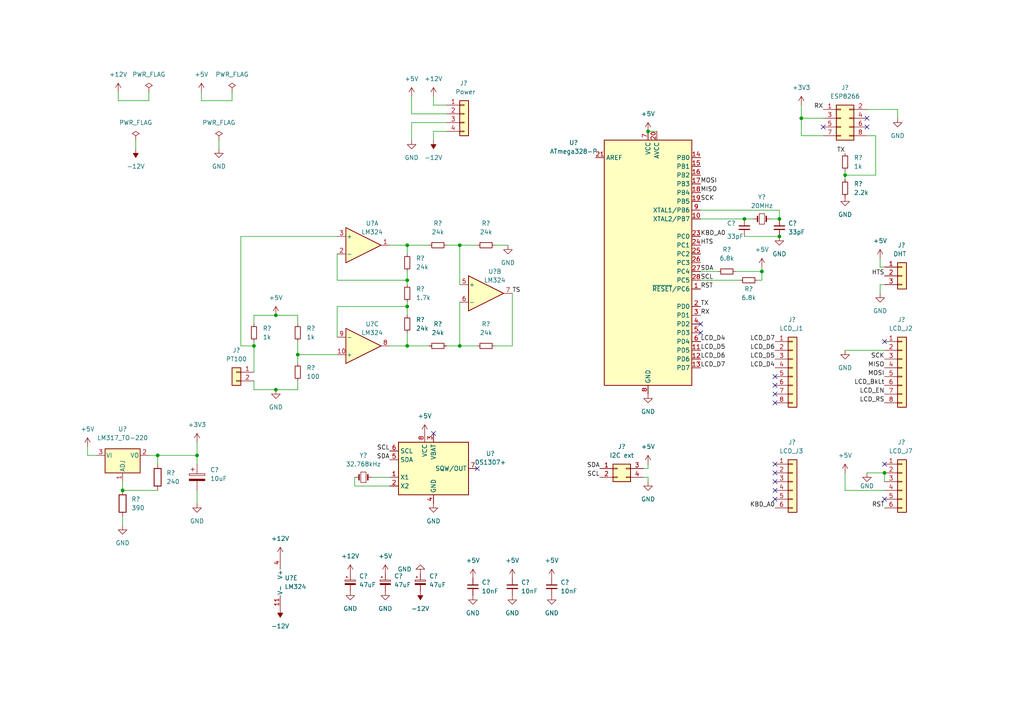
<source format=kicad_sch>
(kicad_sch (version 20211123) (generator eeschema)
  (paper "A4")
  (lib_symbols
    (symbol "Amplifier_Operational:LM324" (pin_names (offset 0.127))
      (property "Reference" "U" (at 0 5.08 0))
      (property "Value" "LM324" (at 0 -5.08 0))
      (symbol "LM324_1_1"
        (polyline (pts (xy -5.08 5.08) (xy 5.08 0) (xy -5.08 -5.08) (xy -5.08 5.08)) (stroke (width 0.254)) (fill (type background)))
        (pin output line (at 7.62 0 180) (length 2.54) (name "~") (number "1"))
        (pin input line (at -7.62 -2.54 0) (length 2.54) (name "-") (number "2"))
        (pin input line (at -7.62 2.54 0) (length 2.54) (name "+") (number "3"))
      )
      (symbol "LM324_2_1"
        (polyline (pts (xy -5.08 5.08) (xy 5.08 0) (xy -5.08 -5.08) (xy -5.08 5.08)) (stroke (width 0.254)) (fill (type background)))
        (pin input line (at -7.62 2.54 0) (length 2.54) (name "+") (number "5"))
        (pin input line (at -7.62 -2.54 0) (length 2.54) (name "-") (number "6"))
        (pin output line (at 7.62 0 180) (length 2.54) (name "~") (number "7"))
      )
      (symbol "LM324_3_1"
        (polyline (pts (xy -5.08 5.08) (xy 5.08 0) (xy -5.08 -5.08) (xy -5.08 5.08)) (stroke (width 0.254)) (fill (type background)))
        (pin input line (at -7.62 2.54 0) (length 2.54) (name "+") (number "10"))
        (pin output line (at 7.62 0 180) (length 2.54) (name "~") (number "8"))
        (pin input line (at -7.62 -2.54 0) (length 2.54) (name "-") (number "9"))
      )
      (symbol "LM324_4_1"
        (polyline (pts (xy -5.08 5.08) (xy 5.08 0) (xy -5.08 -5.08) (xy -5.08 5.08)) (stroke (width 0.254)) (fill (type background)))
        (pin input line (at -7.62 2.54 0) (length 2.54) (name "+") (number "12"))
        (pin input line (at -7.62 -2.54 0) (length 2.54) (name "-") (number "13"))
        (pin output line (at 7.62 0 180) (length 2.54) (name "~") (number "14"))
      )
      (symbol "LM324_5_1"
        (pin power_in line (at -2.54 -7.62 90) (length 3.81) (name "V-") (number "11"))
        (pin power_in line (at -2.54 7.62 270) (length 3.81) (name "V+") (number "4"))
      )
    )
    (symbol "Connector_Generic:Conn_01x02" (pin_names (offset 1.016) hide)
      (property "Reference" "J" (at 0 2.54 0))
      (property "Value" "Conn_01x02" (at 0 -5.08 0))
      (symbol "Conn_01x02_1_1"
        (rectangle (start -1.27 -2.413) (end 0 -2.667) (stroke (width 0.1524)))
        (rectangle (start -1.27 0.127) (end 0 -0.127) (stroke (width 0.1524)))
        (rectangle (start -1.27 1.27) (end 1.27 -3.81) (stroke (width 0.254)) (fill (type background)))
        (pin passive line (at -5.08 0 0) (length 3.81) (name "Pin_1") (number "1"))
        (pin passive line (at -5.08 -2.54 0) (length 3.81) (name "Pin_2") (number "2"))
      )
    )
    (symbol "Connector_Generic:Conn_01x03" (pin_names (offset 1.016) hide)
      (property "Reference" "J" (at 0 5.08 0))
      (property "Value" "Conn_01x03" (at 0 -5.08 0))
      (symbol "Conn_01x03_1_1"
        (rectangle (start -1.27 -2.413) (end 0 -2.667) (stroke (width 0.1524)))
        (rectangle (start -1.27 0.127) (end 0 -0.127) (stroke (width 0.1524)))
        (rectangle (start -1.27 2.667) (end 0 2.413) (stroke (width 0.1524)))
        (rectangle (start -1.27 3.81) (end 1.27 -3.81) (stroke (width 0.254)) (fill (type background)))
        (pin passive line (at -5.08 2.54 0) (length 3.81) (name "Pin_1") (number "1"))
        (pin passive line (at -5.08 0 0) (length 3.81) (name "Pin_2") (number "2"))
        (pin passive line (at -5.08 -2.54 0) (length 3.81) (name "Pin_3") (number "3"))
      )
    )
    (symbol "Connector_Generic:Conn_01x04" (pin_names (offset 1.016) hide)
      (property "Reference" "J" (at 0 5.08 0))
      (property "Value" "Conn_01x04" (at 0 -7.62 0))
      (symbol "Conn_01x04_1_1"
        (rectangle (start -1.27 -4.953) (end 0 -5.207) (stroke (width 0.1524)))
        (rectangle (start -1.27 -2.413) (end 0 -2.667) (stroke (width 0.1524)))
        (rectangle (start -1.27 0.127) (end 0 -0.127) (stroke (width 0.1524)))
        (rectangle (start -1.27 2.667) (end 0 2.413) (stroke (width 0.1524)))
        (rectangle (start -1.27 3.81) (end 1.27 -6.35) (stroke (width 0.254)) (fill (type background)))
        (pin passive line (at -5.08 2.54 0) (length 3.81) (name "Pin_1") (number "1"))
        (pin passive line (at -5.08 0 0) (length 3.81) (name "Pin_2") (number "2"))
        (pin passive line (at -5.08 -2.54 0) (length 3.81) (name "Pin_3") (number "3"))
        (pin passive line (at -5.08 -5.08 0) (length 3.81) (name "Pin_4") (number "4"))
      )
    )
    (symbol "Connector_Generic:Conn_01x06" (pin_names (offset 1.016) hide)
      (property "Reference" "J" (at 0 7.62 0))
      (property "Value" "Conn_01x06" (at 0 -10.16 0))
      (symbol "Conn_01x06_1_1"
        (rectangle (start -1.27 -7.493) (end 0 -7.747) (stroke (width 0.1524)))
        (rectangle (start -1.27 -4.953) (end 0 -5.207) (stroke (width 0.1524)))
        (rectangle (start -1.27 -2.413) (end 0 -2.667) (stroke (width 0.1524)))
        (rectangle (start -1.27 0.127) (end 0 -0.127) (stroke (width 0.1524)))
        (rectangle (start -1.27 2.667) (end 0 2.413) (stroke (width 0.1524)))
        (rectangle (start -1.27 5.207) (end 0 4.953) (stroke (width 0.1524)))
        (rectangle (start -1.27 6.35) (end 1.27 -8.89) (stroke (width 0.254)) (fill (type background)))
        (pin passive line (at -5.08 5.08 0) (length 3.81) (name "Pin_1") (number "1"))
        (pin passive line (at -5.08 2.54 0) (length 3.81) (name "Pin_2") (number "2"))
        (pin passive line (at -5.08 0 0) (length 3.81) (name "Pin_3") (number "3"))
        (pin passive line (at -5.08 -2.54 0) (length 3.81) (name "Pin_4") (number "4"))
        (pin passive line (at -5.08 -5.08 0) (length 3.81) (name "Pin_5") (number "5"))
        (pin passive line (at -5.08 -7.62 0) (length 3.81) (name "Pin_6") (number "6"))
      )
    )
    (symbol "Connector_Generic:Conn_01x08" (pin_names (offset 1.016) hide)
      (property "Reference" "J" (at 0 10.16 0))
      (property "Value" "Conn_01x08" (at 0 -12.7 0))
      (symbol "Conn_01x08_1_1"
        (rectangle (start -1.27 -10.033) (end 0 -10.287) (stroke (width 0.1524)))
        (rectangle (start -1.27 -7.493) (end 0 -7.747) (stroke (width 0.1524)))
        (rectangle (start -1.27 -4.953) (end 0 -5.207) (stroke (width 0.1524)))
        (rectangle (start -1.27 -2.413) (end 0 -2.667) (stroke (width 0.1524)))
        (rectangle (start -1.27 0.127) (end 0 -0.127) (stroke (width 0.1524)))
        (rectangle (start -1.27 2.667) (end 0 2.413) (stroke (width 0.1524)))
        (rectangle (start -1.27 5.207) (end 0 4.953) (stroke (width 0.1524)))
        (rectangle (start -1.27 7.747) (end 0 7.493) (stroke (width 0.1524)))
        (rectangle (start -1.27 8.89) (end 1.27 -11.43) (stroke (width 0.254)) (fill (type background)))
        (pin passive line (at -5.08 7.62 0) (length 3.81) (name "Pin_1") (number "1"))
        (pin passive line (at -5.08 5.08 0) (length 3.81) (name "Pin_2") (number "2"))
        (pin passive line (at -5.08 2.54 0) (length 3.81) (name "Pin_3") (number "3"))
        (pin passive line (at -5.08 0 0) (length 3.81) (name "Pin_4") (number "4"))
        (pin passive line (at -5.08 -2.54 0) (length 3.81) (name "Pin_5") (number "5"))
        (pin passive line (at -5.08 -5.08 0) (length 3.81) (name "Pin_6") (number "6"))
        (pin passive line (at -5.08 -7.62 0) (length 3.81) (name "Pin_7") (number "7"))
        (pin passive line (at -5.08 -10.16 0) (length 3.81) (name "Pin_8") (number "8"))
      )
    )
    (symbol "Connector_Generic:Conn_02x02_Top_Bottom" (pin_names (offset 1.016) hide)
      (property "Reference" "J" (at 1.27 2.54 0))
      (property "Value" "Conn_02x02_Top_Bottom" (at 1.27 -5.08 0))
      (symbol "Conn_02x02_Top_Bottom_1_1"
        (rectangle (start -1.27 -2.413) (end 0 -2.667) (stroke (width 0.1524)))
        (rectangle (start -1.27 0.127) (end 0 -0.127) (stroke (width 0.1524)))
        (rectangle (start -1.27 1.27) (end 3.81 -3.81) (stroke (width 0.254)) (fill (type background)))
        (rectangle (start 3.81 -2.413) (end 2.54 -2.667) (stroke (width 0.1524)))
        (rectangle (start 3.81 0.127) (end 2.54 -0.127) (stroke (width 0.1524)))
        (pin passive line (at -5.08 0 0) (length 3.81) (name "Pin_1") (number "1"))
        (pin passive line (at -5.08 -2.54 0) (length 3.81) (name "Pin_2") (number "2"))
        (pin passive line (at 7.62 0 180) (length 3.81) (name "Pin_3") (number "3"))
        (pin passive line (at 7.62 -2.54 180) (length 3.81) (name "Pin_4") (number "4"))
      )
    )
    (symbol "Connector_Generic:Conn_02x04_Odd_Even" (pin_names (offset 1.016) hide)
      (property "Reference" "J" (at 1.27 5.08 0))
      (property "Value" "Conn_02x04_Odd_Even" (at 1.27 -7.62 0))
      (symbol "Conn_02x04_Odd_Even_1_1"
        (rectangle (start -1.27 -4.953) (end 0 -5.207) (stroke (width 0.1524)))
        (rectangle (start -1.27 -2.413) (end 0 -2.667) (stroke (width 0.1524)))
        (rectangle (start -1.27 0.127) (end 0 -0.127) (stroke (width 0.1524)))
        (rectangle (start -1.27 2.667) (end 0 2.413) (stroke (width 0.1524)))
        (rectangle (start -1.27 3.81) (end 3.81 -6.35) (stroke (width 0.254)) (fill (type background)))
        (rectangle (start 3.81 -4.953) (end 2.54 -5.207) (stroke (width 0.1524)))
        (rectangle (start 3.81 -2.413) (end 2.54 -2.667) (stroke (width 0.1524)))
        (rectangle (start 3.81 0.127) (end 2.54 -0.127) (stroke (width 0.1524)))
        (rectangle (start 3.81 2.667) (end 2.54 2.413) (stroke (width 0.1524)))
        (pin passive line (at -5.08 2.54 0) (length 3.81) (name "Pin_1") (number "1"))
        (pin passive line (at 7.62 2.54 180) (length 3.81) (name "Pin_2") (number "2"))
        (pin passive line (at -5.08 0 0) (length 3.81) (name "Pin_3") (number "3"))
        (pin passive line (at 7.62 0 180) (length 3.81) (name "Pin_4") (number "4"))
        (pin passive line (at -5.08 -2.54 0) (length 3.81) (name "Pin_5") (number "5"))
        (pin passive line (at 7.62 -2.54 180) (length 3.81) (name "Pin_6") (number "6"))
        (pin passive line (at -5.08 -5.08 0) (length 3.81) (name "Pin_7") (number "7"))
        (pin passive line (at 7.62 -5.08 180) (length 3.81) (name "Pin_8") (number "8"))
      )
    )
    (symbol "Device:C_Polarized" (pin_numbers hide) (pin_names (offset 0.254))
      (property "Reference" "C" (at 0.635 2.54 0))
      (property "Value" "C_Polarized" (at 0.635 -2.54 0))
      (symbol "C_Polarized_0_1"
        (rectangle (start -2.286 0.508) (end 2.286 1.016))
        (polyline (pts (xy -1.778 2.286) (xy -0.762 2.286)))
        (polyline (pts (xy -1.27 2.794) (xy -1.27 1.778)))
        (rectangle (start 2.286 -0.508) (end -2.286 -1.016) (fill (type outline)))
      )
      (symbol "C_Polarized_1_1"
        (pin passive line (at 0 3.81 270) (length 2.794) (name "~") (number "1"))
        (pin passive line (at 0 -3.81 90) (length 2.794) (name "~") (number "2"))
      )
    )
    (symbol "Device:C_Polarized_Small" (pin_numbers hide) (pin_names (offset 0.254) hide)
      (property "Reference" "C" (at 0.254 1.778 0))
      (property "Value" "C_Polarized_Small" (at 0.254 -2.032 0))
      (symbol "C_Polarized_Small_0_1"
        (rectangle (start -1.524 -0.3048) (end 1.524 -0.6858) (fill (type outline)))
        (rectangle (start -1.524 0.6858) (end 1.524 0.3048))
        (polyline (pts (xy -1.27 1.524) (xy -0.762 1.524)))
        (polyline (pts (xy -1.016 1.27) (xy -1.016 1.778)))
      )
      (symbol "C_Polarized_Small_1_1"
        (pin passive line (at 0 2.54 270) (length 1.8542) (name "~") (number "1"))
        (pin passive line (at 0 -2.54 90) (length 1.8542) (name "~") (number "2"))
      )
    )
    (symbol "Device:C_Small" (pin_numbers hide) (pin_names (offset 0.254) hide)
      (property "Reference" "C" (at 0.254 1.778 0))
      (property "Value" "C_Small" (at 0.254 -2.032 0))
      (symbol "C_Small_0_1"
        (polyline (pts (xy -1.524 -0.508) (xy 1.524 -0.508)) (stroke (width 0.3302)))
        (polyline (pts (xy -1.524 0.508) (xy 1.524 0.508)) (stroke (width 0.3048)))
      )
      (symbol "C_Small_1_1"
        (pin passive line (at 0 2.54 270) (length 2.032) (name "~") (number "1"))
        (pin passive line (at 0 -2.54 90) (length 2.032) (name "~") (number "2"))
      )
    )
    (symbol "Device:Crystal_Small" (pin_numbers hide) (pin_names (offset 1.016) hide)
      (property "Reference" "Y" (at 0 2.54 0))
      (property "Value" "Crystal_Small" (at 0 -2.54 0))
      (symbol "Crystal_Small_0_1"
        (rectangle (start -0.762 -1.524) (end 0.762 1.524))
        (polyline (pts (xy -1.27 -0.762) (xy -1.27 0.762)) (stroke (width 0.381)))
        (polyline (pts (xy 1.27 -0.762) (xy 1.27 0.762)) (stroke (width 0.381)))
      )
      (symbol "Crystal_Small_1_1"
        (pin passive line (at -2.54 0 0) (length 1.27) (name "1") (number "1"))
        (pin passive line (at 2.54 0 180) (length 1.27) (name "2") (number "2"))
      )
    )
    (symbol "Device:R" (pin_numbers hide) (pin_names (offset 0))
      (property "Reference" "R" (at 2.032 0 90))
      (property "Value" "R" (at 0 0 90))
      (symbol "R_0_1"
        (rectangle (start -1.016 -2.54) (end 1.016 2.54) (stroke (width 0.254)))
      )
      (symbol "R_1_1"
        (pin passive line (at 0 3.81 270) (length 1.27) (name "~") (number "1"))
        (pin passive line (at 0 -3.81 90) (length 1.27) (name "~") (number "2"))
      )
    )
    (symbol "Device:R_Small" (pin_numbers hide) (pin_names (offset 0.254) hide)
      (property "Reference" "R" (at 0.762 0.508 0))
      (property "Value" "R_Small" (at 0.762 -1.016 0))
      (symbol "R_Small_0_1"
        (rectangle (start -0.762 1.778) (end 0.762 -1.778) (stroke (width 0.2032)))
      )
      (symbol "R_Small_1_1"
        (pin passive line (at 0 2.54 270) (length 0.762) (name "~") (number "1"))
        (pin passive line (at 0 -2.54 90) (length 0.762) (name "~") (number "2"))
      )
    )
    (symbol "MCU_Microchip_ATmega:ATmega328-P"
      (property "Reference" "U" (at -12.7 36.83 0))
      (property "Value" "ATmega328-P" (at 2.54 -36.83 0))
      (symbol "ATmega328-P_0_1"
        (rectangle (start -12.7 -35.56) (end 12.7 35.56) (stroke (width 0.254)) (fill (type background)))
      )
      (symbol "ATmega328-P_1_1"
        (pin bidirectional line (at 15.24 -7.62 180) (length 2.54) (name "~{RESET}/PC6") (number "1"))
        (pin bidirectional line (at 15.24 12.7 180) (length 2.54) (name "XTAL2/PB7") (number "10"))
        (pin bidirectional line (at 15.24 -25.4 180) (length 2.54) (name "PD5") (number "11"))
        (pin bidirectional line (at 15.24 -27.94 180) (length 2.54) (name "PD6") (number "12"))
        (pin bidirectional line (at 15.24 -30.48 180) (length 2.54) (name "PD7") (number "13"))
        (pin bidirectional line (at 15.24 30.48 180) (length 2.54) (name "PB0") (number "14"))
        (pin bidirectional line (at 15.24 27.94 180) (length 2.54) (name "PB1") (number "15"))
        (pin bidirectional line (at 15.24 25.4 180) (length 2.54) (name "PB2") (number "16"))
        (pin bidirectional line (at 15.24 22.86 180) (length 2.54) (name "PB3") (number "17"))
        (pin bidirectional line (at 15.24 20.32 180) (length 2.54) (name "PB4") (number "18"))
        (pin bidirectional line (at 15.24 17.78 180) (length 2.54) (name "PB5") (number "19"))
        (pin bidirectional line (at 15.24 -12.7 180) (length 2.54) (name "PD0") (number "2"))
        (pin power_in line (at 2.54 38.1 270) (length 2.54) (name "AVCC") (number "20"))
        (pin passive line (at -15.24 30.48 0) (length 2.54) (name "AREF") (number "21"))
        (pin passive line (at 0 -38.1 90) (length 2.54) hide (name "GND") (number "22"))
        (pin bidirectional line (at 15.24 7.62 180) (length 2.54) (name "PC0") (number "23"))
        (pin bidirectional line (at 15.24 5.08 180) (length 2.54) (name "PC1") (number "24"))
        (pin bidirectional line (at 15.24 2.54 180) (length 2.54) (name "PC2") (number "25"))
        (pin bidirectional line (at 15.24 0 180) (length 2.54) (name "PC3") (number "26"))
        (pin bidirectional line (at 15.24 -2.54 180) (length 2.54) (name "PC4") (number "27"))
        (pin bidirectional line (at 15.24 -5.08 180) (length 2.54) (name "PC5") (number "28"))
        (pin bidirectional line (at 15.24 -15.24 180) (length 2.54) (name "PD1") (number "3"))
        (pin bidirectional line (at 15.24 -17.78 180) (length 2.54) (name "PD2") (number "4"))
        (pin bidirectional line (at 15.24 -20.32 180) (length 2.54) (name "PD3") (number "5"))
        (pin bidirectional line (at 15.24 -22.86 180) (length 2.54) (name "PD4") (number "6"))
        (pin power_in line (at 0 38.1 270) (length 2.54) (name "VCC") (number "7"))
        (pin power_in line (at 0 -38.1 90) (length 2.54) (name "GND") (number "8"))
        (pin bidirectional line (at 15.24 15.24 180) (length 2.54) (name "XTAL1/PB6") (number "9"))
      )
    )
    (symbol "Regulator_Linear:LM317_TO-220" (pin_names (offset 0.254))
      (property "Reference" "U" (at -3.81 3.175 0))
      (property "Value" "LM317_TO-220" (at 0 3.175 0))
      (symbol "LM317_TO-220_0_1"
        (rectangle (start -5.08 1.905) (end 5.08 -5.08) (stroke (width 0.254)) (fill (type background)))
      )
      (symbol "LM317_TO-220_1_1"
        (pin input line (at 0 -7.62 90) (length 2.54) (name "ADJ") (number "1"))
        (pin power_out line (at 7.62 0 180) (length 2.54) (name "VO") (number "2"))
        (pin power_in line (at -7.62 0 0) (length 2.54) (name "VI") (number "3"))
      )
    )
    (symbol "Timer_RTC:DS1307+"
      (property "Reference" "U" (at -8.89 8.89 0))
      (property "Value" "DS1307+" (at 1.27 8.89 0))
      (symbol "DS1307+_0_1"
        (rectangle (start -10.16 7.62) (end 10.16 -7.62) (stroke (width 0.254)) (fill (type background)))
      )
      (symbol "DS1307+_1_1"
        (pin input line (at -12.7 -2.54 0) (length 2.54) (name "X1") (number "1"))
        (pin input line (at -12.7 -5.08 0) (length 2.54) (name "X2") (number "2"))
        (pin power_in line (at 0 10.16 270) (length 2.54) (name "VBAT") (number "3"))
        (pin power_in line (at 0 -10.16 90) (length 2.54) (name "GND") (number "4"))
        (pin bidirectional line (at -12.7 2.54 0) (length 2.54) (name "SDA") (number "5"))
        (pin input line (at -12.7 5.08 0) (length 2.54) (name "SCL") (number "6"))
        (pin open_collector line (at 12.7 0 180) (length 2.54) (name "SQW/OUT") (number "7"))
        (pin power_in line (at -2.54 10.16 270) (length 2.54) (name "VCC") (number "8"))
      )
    )
    (symbol "power:+12V" (power) (pin_names (offset 0))
      (property "Value" "+12V" (at 0 3.556 0))
      (symbol "+12V_0_1"
        (polyline (pts (xy -0.762 1.27) (xy 0 2.54)))
        (polyline (pts (xy 0 0) (xy 0 2.54)))
        (polyline (pts (xy 0 2.54) (xy 0.762 1.27)))
      )
      (symbol "+12V_1_1"
        (pin power_in line (at 0 0 90) (length 0) hide (name "+12V") (number "1"))
      )
    )
    (symbol "power:+3.3V" (power) (pin_names (offset 0))
      (property "Value" "+3.3V" (at 0 3.556 0))
      (symbol "+3.3V_0_1"
        (polyline (pts (xy -0.762 1.27) (xy 0 2.54)))
        (polyline (pts (xy 0 0) (xy 0 2.54)))
        (polyline (pts (xy 0 2.54) (xy 0.762 1.27)))
      )
      (symbol "+3.3V_1_1"
        (pin power_in line (at 0 0 90) (length 0) hide (name "+3V3") (number "1"))
      )
    )
    (symbol "power:+5V" (power) (pin_names (offset 0))
      (property "Value" "+5V" (at 0 3.556 0))
      (symbol "+5V_0_1"
        (polyline (pts (xy -0.762 1.27) (xy 0 2.54)))
        (polyline (pts (xy 0 0) (xy 0 2.54)))
        (polyline (pts (xy 0 2.54) (xy 0.762 1.27)))
      )
      (symbol "+5V_1_1"
        (pin power_in line (at 0 0 90) (length 0) hide (name "+5V") (number "1"))
      )
    )
    (symbol "power:-12V" (power) (pin_names (offset 0))
      (property "Value" "-12V" (at 0 3.81 0))
      (symbol "-12V_0_0"
        (pin power_in line (at 0 0 90) (length 0) hide (name "-12V") (number "1"))
      )
      (symbol "-12V_0_1"
        (polyline (pts (xy 0 0) (xy 0 1.27) (xy 0.762 1.27) (xy 0 2.54) (xy -0.762 1.27) (xy 0 1.27)) (fill (type outline)))
      )
    )
    (symbol "power:GND" (power) (pin_names (offset 0))
      (property "Value" "GND" (at 0 -3.81 0))
      (symbol "GND_0_1"
        (polyline (pts (xy 0 0) (xy 0 -1.27) (xy 1.27 -1.27) (xy 0 -2.54) (xy -1.27 -1.27) (xy 0 -1.27)))
      )
      (symbol "GND_1_1"
        (pin power_in line (at 0 0 270) (length 0) hide (name "GND") (number "1"))
      )
    )
    (symbol "power:PWR_FLAG" (power) (pin_numbers hide) (pin_names (offset 0) hide)
      (property "Value" "PWR_FLAG" (at 0 3.81 0))
      (symbol "PWR_FLAG_0_0"
        (pin power_out line (at 0 0 90) (length 0) (name "pwr") (number "1"))
      )
      (symbol "PWR_FLAG_0_1"
        (polyline (pts (xy 0 0) (xy 0 1.27) (xy -1.016 1.905) (xy 0 2.54) (xy 1.016 1.905) (xy 0 1.27)))
      )
    )
  )
  (junction (at 232.41 34.29))
  (junction (at 80.01 113.03))
  (junction (at 35.56 142.24))
  (junction (at 57.15 132.08))
  (junction (at 118.11 100.33))
  (junction (at 220.98 78.74))
  (junction (at 73.66 100.33))
  (junction (at 86.36 102.87))
  (junction (at 215.9 63.5))
  (junction (at 118.11 88.9))
  (junction (at 245.11 50.8))
  (junction (at 118.11 81.28))
  (junction (at 133.35 71.12))
  (junction (at 256.54 137.16))
  (junction (at 226.06 63.5))
  (junction (at 226.06 68.58))
  (junction (at 118.11 71.12))
  (junction (at 80.01 91.44))
  (junction (at 45.72 132.08))
  (junction (at 187.96 38.1))
  (junction (at 133.35 100.33))
  (no_connect (at 224.79 109.22))
  (no_connect (at 224.79 111.76))
  (no_connect (at 256.54 99.06))
  (no_connect (at 224.79 116.84))
  (no_connect (at 224.79 114.3))
  (no_connect (at 238.76 36.83))
  (no_connect (at 224.79 137.16))
  (no_connect (at 224.79 139.7))
  (no_connect (at 224.79 142.24))
  (no_connect (at 224.79 144.78))
  (no_connect (at 224.79 134.62))
  (no_connect (at 203.2 93.98))
  (no_connect (at 203.2 96.52))
  (no_connect (at 256.54 144.78))
  (no_connect (at 256.54 134.62))
  (no_connect (at 251.46 34.29))
  (no_connect (at 251.46 36.83))
  (no_connect (at 125.73 125.73))
  (no_connect (at 138.43 135.89))
  (wire (pts (xy 245.11 142.24) (xy 256.54 142.24)))
  (wire (pts (xy 35.56 149.86) (xy 35.56 152.4)))
  (wire (pts (xy 86.36 91.44) (xy 86.36 93.98)))
  (wire (pts (xy 107.95 138.43) (xy 113.03 138.43)))
  (wire (pts (xy 251.46 137.16) (xy 256.54 137.16)))
  (wire (pts (xy 97.79 73.66) (xy 97.79 81.28)))
  (wire (pts (xy 215.9 63.5) (xy 218.44 63.5)))
  (wire (pts (xy 143.51 71.12) (xy 147.32 71.12)))
  (wire (pts (xy 187.96 138.43) (xy 187.96 139.7)))
  (wire (pts (xy 118.11 81.28) (xy 118.11 82.55)))
  (wire (pts (xy 57.15 132.08) (xy 57.15 134.62)))
  (wire (pts (xy 129.54 33.02) (xy 119.38 33.02)))
  (wire (pts (xy 213.36 78.74) (xy 220.98 78.74)))
  (wire (pts (xy 97.79 97.79) (xy 97.79 88.9)))
  (wire (pts (xy 73.66 110.49) (xy 73.66 113.03)))
  (wire (pts (xy 187.96 38.1) (xy 190.5 38.1)))
  (wire (pts (xy 97.79 81.28) (xy 118.11 81.28)))
  (wire (pts (xy 129.54 71.12) (xy 133.35 71.12)))
  (wire (pts (xy 35.56 142.24) (xy 45.72 142.24)))
  (wire (pts (xy 45.72 132.08) (xy 57.15 132.08)))
  (wire (pts (xy 203.2 63.5) (xy 215.9 63.5)))
  (wire (pts (xy 73.66 99.06) (xy 73.66 100.33)))
  (wire (pts (xy 220.98 81.28) (xy 220.98 78.74)))
  (wire (pts (xy 97.79 88.9) (xy 118.11 88.9)))
  (wire (pts (xy 118.11 87.63) (xy 118.11 88.9)))
  (wire (pts (xy 245.11 49.53) (xy 245.11 50.8)))
  (wire (pts (xy 125.73 30.48) (xy 125.73 27.94)))
  (wire (pts (xy 45.72 132.08) (xy 45.72 134.62)))
  (wire (pts (xy 118.11 71.12) (xy 124.46 71.12)))
  (wire (pts (xy 223.52 63.5) (xy 226.06 63.5)))
  (wire (pts (xy 255.27 82.55) (xy 255.27 85.09)))
  (wire (pts (xy 245.11 50.8) (xy 245.11 52.07)))
  (wire (pts (xy 80.01 113.03) (xy 86.36 113.03)))
  (wire (pts (xy 35.56 139.7) (xy 35.56 142.24)))
  (wire (pts (xy 25.4 132.08) (xy 25.4 129.54)))
  (wire (pts (xy 256.54 82.55) (xy 255.27 82.55)))
  (wire (pts (xy 73.66 91.44) (xy 80.01 91.44)))
  (wire (pts (xy 43.18 132.08) (xy 45.72 132.08)))
  (wire (pts (xy 86.36 113.03) (xy 86.36 110.49)))
  (wire (pts (xy 129.54 30.48) (xy 125.73 30.48)))
  (wire (pts (xy 118.11 78.74) (xy 118.11 81.28)))
  (wire (pts (xy 251.46 39.37) (xy 254 39.37)))
  (wire (pts (xy 232.41 34.29) (xy 232.41 30.48)))
  (wire (pts (xy 256.54 77.47) (xy 255.27 77.47)))
  (wire (pts (xy 86.36 99.06) (xy 86.36 102.87)))
  (wire (pts (xy 220.98 78.74) (xy 220.98 77.47)))
  (wire (pts (xy 238.76 39.37) (xy 232.41 39.37)))
  (wire (pts (xy 119.38 35.56) (xy 119.38 40.64)))
  (wire (pts (xy 97.79 68.58) (xy 69.85 68.58)))
  (wire (pts (xy 118.11 100.33) (xy 124.46 100.33)))
  (wire (pts (xy 245.11 137.16) (xy 245.11 142.24)))
  (wire (pts (xy 113.03 140.97) (xy 102.87 140.97)))
  (wire (pts (xy 34.29 29.21) (xy 43.18 29.21)))
  (wire (pts (xy 129.54 38.1) (xy 125.73 38.1)))
  (wire (pts (xy 113.03 71.12) (xy 118.11 71.12)))
  (wire (pts (xy 63.5 40.64) (xy 63.5 43.18)))
  (wire (pts (xy 203.2 78.74) (xy 208.28 78.74)))
  (wire (pts (xy 118.11 88.9) (xy 118.11 91.44)))
  (wire (pts (xy 73.66 113.03) (xy 80.01 113.03)))
  (wire (pts (xy 27.94 132.08) (xy 25.4 132.08)))
  (wire (pts (xy 118.11 96.52) (xy 118.11 100.33)))
  (wire (pts (xy 186.69 135.89) (xy 187.96 135.89)))
  (wire (pts (xy 254 50.8) (xy 245.11 50.8)))
  (wire (pts (xy 118.11 100.33) (xy 113.03 100.33)))
  (wire (pts (xy 186.69 138.43) (xy 187.96 138.43)))
  (wire (pts (xy 129.54 100.33) (xy 133.35 100.33)))
  (wire (pts (xy 133.35 87.63) (xy 133.35 100.33)))
  (wire (pts (xy 203.2 81.28) (xy 214.63 81.28)))
  (wire (pts (xy 148.59 85.09) (xy 148.59 100.33)))
  (wire (pts (xy 203.2 60.96) (xy 226.06 60.96)))
  (wire (pts (xy 119.38 33.02) (xy 119.38 27.94)))
  (wire (pts (xy 58.42 26.67) (xy 58.42 29.21)))
  (wire (pts (xy 219.71 81.28) (xy 220.98 81.28)))
  (wire (pts (xy 73.66 100.33) (xy 73.66 107.95)))
  (wire (pts (xy 67.31 29.21) (xy 67.31 26.67)))
  (wire (pts (xy 69.85 68.58) (xy 69.85 100.33)))
  (wire (pts (xy 80.01 91.44) (xy 86.36 91.44)))
  (wire (pts (xy 232.41 39.37) (xy 232.41 34.29)))
  (wire (pts (xy 57.15 142.24) (xy 57.15 146.05)))
  (wire (pts (xy 34.29 26.67) (xy 34.29 29.21)))
  (wire (pts (xy 251.46 31.75) (xy 260.35 31.75)))
  (wire (pts (xy 86.36 102.87) (xy 86.36 105.41)))
  (wire (pts (xy 57.15 128.27) (xy 57.15 132.08)))
  (wire (pts (xy 102.87 140.97) (xy 102.87 138.43)))
  (wire (pts (xy 245.11 101.6) (xy 256.54 101.6)))
  (wire (pts (xy 69.85 100.33) (xy 73.66 100.33)))
  (wire (pts (xy 226.06 60.96) (xy 226.06 63.5)))
  (wire (pts (xy 43.18 29.21) (xy 43.18 26.67)))
  (wire (pts (xy 133.35 71.12) (xy 138.43 71.12)))
  (wire (pts (xy 58.42 29.21) (xy 67.31 29.21)))
  (wire (pts (xy 232.41 34.29) (xy 238.76 34.29)))
  (wire (pts (xy 133.35 100.33) (xy 138.43 100.33)))
  (wire (pts (xy 129.54 35.56) (xy 119.38 35.56)))
  (wire (pts (xy 187.96 135.89) (xy 187.96 134.62)))
  (wire (pts (xy 148.59 100.33) (xy 143.51 100.33)))
  (wire (pts (xy 260.35 31.75) (xy 260.35 34.29)))
  (wire (pts (xy 73.66 93.98) (xy 73.66 91.44)))
  (wire (pts (xy 254 39.37) (xy 254 50.8)))
  (wire (pts (xy 255.27 77.47) (xy 255.27 74.93)))
  (wire (pts (xy 256.54 137.16) (xy 256.54 139.7)))
  (wire (pts (xy 215.9 68.58) (xy 226.06 68.58)))
  (wire (pts (xy 133.35 71.12) (xy 133.35 82.55)))
  (wire (pts (xy 39.37 40.64) (xy 39.37 43.18)))
  (wire (pts (xy 86.36 102.87) (xy 97.79 102.87)))
  (wire (pts (xy 118.11 71.12) (xy 118.11 73.66)))
  (wire (pts (xy 125.73 38.1) (xy 125.73 40.64)))
  (label "SCL" (at 173.99 138.43 180))
  (label "LCD_D6" (at 224.79 101.6 180))
  (label "TX" (at 245.11 44.45 180))
  (label "SDA" (at 173.99 135.89 180))
  (label "TS" (at 148.59 85.09 0))
  (label "RX" (at 238.76 31.75 180))
  (label "SCL" (at 203.2 81.28 0))
  (label "MISO" (at 203.2 55.88 0))
  (label "LCD_BkLt" (at 256.54 111.76 180))
  (label "KBD_A0" (at 203.2 68.58 0))
  (label "MISO" (at 256.54 106.68 180))
  (label "MOSI" (at 256.54 109.22 180))
  (label "RX" (at 203.2 91.44 0))
  (label "RST" (at 203.2 83.82 0))
  (label "LCD_D7" (at 224.79 99.06 180))
  (label "LCD_EN" (at 256.54 114.3 180))
  (label "MOSI" (at 203.2 53.34 0))
  (label "LCD_RS" (at 256.54 116.84 180))
  (label "SCK" (at 203.2 58.42 0))
  (label "TX" (at 203.2 88.9 0))
  (label "SCK" (at 256.54 104.14 180))
  (label "LCD_D4" (at 203.2 99.06 0))
  (label "SCL" (at 113.03 130.81 180))
  (label "HTS" (at 256.54 80.01 180))
  (label "HTS" (at 203.2 71.12 0))
  (label "LCD_D5" (at 203.2 101.6 0))
  (label "SDA" (at 203.2 78.74 0))
  (label "LCD_D5" (at 224.79 104.14 180))
  (label "LCD_D7" (at 203.2 106.68 0))
  (label "RST" (at 256.54 147.32 180))
  (label "KBD_A0" (at 224.79 147.32 180))
  (label "LCD_D6" (at 203.2 104.14 0))
  (label "SDA" (at 113.03 133.35 180))
  (label "LCD_D4" (at 224.79 106.68 180))
  (symbol (lib_id "Connector_Generic:Conn_01x08") (at 229.87 106.68 0) (unit 1)
    (property "Reference" "J?" (at 228.6 92.71 0) (effects (justify left)))
    (property "Value" "LCD_J1" (at 226.06 95.25 0) (effects (justify left)))
  )
  (symbol (lib_id "Device:Crystal_Small") (at 220.98 63.5 0) (unit 1)
    (property "Reference" "Y?" (at 220.98 57.15 0))
    (property "Value" "20MHz" (at 220.98 59.69 0))
  )
  (symbol (lib_id "power:+5V") (at 111.76 166.37 0) (unit 1)
    (property "Reference" "#PWR?" (effects hide))
    (property "Value" "+5V" (at 111.76 161.29 0))
  )
  (symbol (lib_id "Connector_Generic:Conn_01x06") (at 261.62 139.7 0) (unit 1)
    (property "Reference" "J?" (at 260.35 128.27 0) (effects (justify left)))
    (property "Value" "LCD_J7" (at 257.81 130.81 0) (effects (justify left)))
  )
  (symbol (lib_id "power:GND") (at 111.76 171.45 0) (unit 1)
    (property "Reference" "#PWR?" (effects hide))
    (property "Value" "GND" (at 111.76 176.53 0))
  )
  (symbol (lib_id "Device:R_Small") (at 118.11 93.98 0) (unit 1)
    (property "Reference" "R?" (at 120.65 92.7099 0) (effects (justify left)))
    (property "Value" "24k" (at 120.65 95.2499 0) (effects (justify left)))
  )
  (symbol (lib_id "power:-12V") (at 121.92 171.45 0) (mirror x) (unit 1)
    (property "Reference" "#PWR?" (effects hide))
    (property "Value" "-12V" (at 121.92 176.53 0))
  )
  (symbol (lib_id "power:+5V") (at 148.59 167.64 0) (unit 1)
    (property "Reference" "#PWR?" (effects hide))
    (property "Value" "+5V" (at 148.59 162.56 0))
  )
  (symbol (lib_id "Amplifier_Operational:LM324") (at 105.41 71.12 0) (unit 1)
    (property "Reference" "U?" (at 107.95 64.77 0))
    (property "Value" "LM324" (at 107.95 67.31 0))
    (property "Datasheet" "http://www.ti.com/lit/ds/symlink/lm2902-n.pdf" (effects hide))
  )
  (symbol (lib_id "Device:C_Small") (at 148.59 170.18 0) (unit 1)
    (property "Reference" "C?" (at 151.13 168.9162 0) (effects (justify left)))
    (property "Value" "10nF" (at 151.13 171.4562 0) (effects (justify left)))
  )
  (symbol (lib_id "power:GND") (at 187.96 139.7 0) (unit 1)
    (property "Reference" "#PWR?" (effects hide))
    (property "Value" "GND" (at 187.96 144.78 0))
  )
  (symbol (lib_id "power:GND") (at 160.02 172.72 0) (unit 1)
    (property "Reference" "#PWR?" (effects hide))
    (property "Value" "GND" (at 160.02 177.8 0))
  )
  (symbol (lib_id "power:+5V") (at 137.16 167.64 0) (unit 1)
    (property "Reference" "#PWR?" (effects hide))
    (property "Value" "+5V" (at 137.16 162.56 0))
  )
  (symbol (lib_id "power:+5V") (at 123.19 125.73 0) (unit 1)
    (property "Reference" "#PWR?" (effects hide))
    (property "Value" "+5V" (at 123.19 120.65 0))
  )
  (symbol (lib_id "power:GND") (at 255.27 85.09 0) (unit 1)
    (property "Reference" "#PWR?" (effects hide))
    (property "Value" "GND" (at 255.27 90.17 0))
  )
  (symbol (lib_id "power:GND") (at 119.38 40.64 0) (unit 1)
    (property "Reference" "#PWR?" (effects hide))
    (property "Value" "GND" (at 119.38 45.72 0))
  )
  (symbol (lib_id "Device:C_Polarized") (at 57.15 138.43 0) (unit 1)
    (property "Reference" "C?" (at 60.96 136.2709 0) (effects (justify left)))
    (property "Value" "10uF" (at 60.96 138.8109 0) (effects (justify left)))
  )
  (symbol (lib_id "Device:C_Polarized_Small") (at 111.76 168.91 0) (unit 1)
    (property "Reference" "C?" (at 114.3 167.0938 0) (effects (justify left)))
    (property "Value" "47uF" (at 114.3 169.6338 0) (effects (justify left)))
  )
  (symbol (lib_id "Timer_RTC:DS1307+") (at 125.73 135.89 0) (unit 1)
    (property "Reference" "U?" (at 142.24 131.5593 0))
    (property "Value" "DS1307+" (at 142.24 134.0993 0))
    (property "Footprint" "Package_DIP:DIP-8_W7.62mm" (effects hide))
    (property "Datasheet" "https://datasheets.maximintegrated.com/en/ds/DS1307.pdf" (effects hide))
  )
  (symbol (lib_id "power:+5V") (at 220.98 77.47 0) (unit 1)
    (property "Reference" "#PWR?" (effects hide))
    (property "Value" "+5V" (at 220.98 72.39 0))
  )
  (symbol (lib_id "power:-12V") (at 81.28 176.53 0) (mirror x) (unit 1)
    (property "Reference" "#PWR?" (effects hide))
    (property "Value" "-12V" (at 81.28 181.61 0))
  )
  (symbol (lib_id "Connector_Generic:Conn_01x04") (at 134.62 33.02 0) (unit 1)
    (property "Reference" "J?" (at 133.35 24.13 0) (effects (justify left)))
    (property "Value" "Power" (at 132.08 26.67 0) (effects (justify left)))
  )
  (symbol (lib_id "power:+12V") (at 34.29 26.67 0) (unit 1)
    (property "Reference" "#PWR?" (effects hide))
    (property "Value" "+12V" (at 34.29 21.59 0))
  )
  (symbol (lib_id "power:GND") (at 226.06 68.58 0) (unit 1)
    (property "Reference" "#PWR?" (effects hide))
    (property "Value" "GND" (at 226.06 73.66 0))
  )
  (symbol (lib_id "power:PWR_FLAG") (at 63.5 40.64 0) (unit 1)
    (property "Reference" "#FLG?" (effects hide))
    (property "Value" "PWR_FLAG" (at 63.5 35.56 0))
  )
  (symbol (lib_id "power:+5V") (at 187.96 38.1 0) (unit 1)
    (property "Reference" "#PWR?" (effects hide))
    (property "Value" "+5V" (at 187.96 33.02 0))
  )
  (symbol (lib_id "power:+5V") (at 25.4 129.54 0) (unit 1)
    (property "Reference" "#PWR?" (effects hide))
    (property "Value" "+5V" (at 25.4 124.46 0))
  )
  (symbol (lib_id "Amplifier_Operational:LM324") (at 140.97 85.09 0) (unit 2)
    (property "Reference" "U?" (at 143.51 78.74 0))
    (property "Value" "LM324" (at 143.51 81.28 0))
    (property "Datasheet" "http://www.ti.com/lit/ds/symlink/lm2902-n.pdf" (effects hide))
  )
  (symbol (lib_id "Device:R_Small") (at 127 71.12 90) (unit 1)
    (property "Reference" "R?" (at 127 64.77 90))
    (property "Value" "24k" (at 127 67.31 90))
  )
  (symbol (lib_id "Device:R_Small") (at 245.11 54.61 0) (unit 1)
    (property "Reference" "R?" (at 247.65 53.3399 0) (effects (justify left)))
    (property "Value" "2.2k" (at 247.65 55.8799 0) (effects (justify left)))
  )
  (symbol (lib_id "Device:R_Small") (at 86.36 107.95 0) (unit 1)
    (property "Reference" "R?" (at 88.9 106.6799 0) (effects (justify left)))
    (property "Value" "100" (at 88.9 109.2199 0) (effects (justify left)))
  )
  (symbol (lib_id "Device:C_Small") (at 160.02 170.18 0) (unit 1)
    (property "Reference" "C?" (at 162.56 168.9162 0) (effects (justify left)))
    (property "Value" "10nF" (at 162.56 171.4562 0) (effects (justify left)))
  )
  (symbol (lib_id "power:+3.3V") (at 232.41 30.48 0) (unit 1)
    (property "Reference" "#PWR?" (effects hide))
    (property "Value" "+3.3V" (at 232.41 25.4 0))
  )
  (symbol (lib_id "power:+5V") (at 255.27 74.93 0) (unit 1)
    (property "Reference" "#PWR?" (effects hide))
    (property "Value" "+5V" (at 255.27 69.85 0))
  )
  (symbol (lib_id "Device:R_Small") (at 127 100.33 90) (unit 1)
    (property "Reference" "R?" (at 127 93.98 90))
    (property "Value" "24k" (at 127 96.52 90))
  )
  (symbol (lib_id "power:GND") (at 121.92 166.37 0) (mirror x) (unit 1)
    (property "Reference" "#PWR?" (effects hide))
    (property "Value" "GND" (at 119.38 165.0999 0) (effects (justify right)))
  )
  (symbol (lib_id "power:GND") (at 260.35 34.29 0) (unit 1)
    (property "Reference" "#PWR?" (effects hide))
    (property "Value" "GND" (at 260.35 39.37 0))
  )
  (symbol (lib_id "Device:Crystal_Small") (at 105.41 138.43 0) (unit 1)
    (property "Reference" "Y?" (at 105.41 132.08 0))
    (property "Value" "32.768kHz" (at 105.41 134.62 0))
  )
  (symbol (lib_id "power:+12V") (at 125.73 27.94 0) (unit 1)
    (property "Reference" "#PWR?" (effects hide))
    (property "Value" "+12V" (at 125.73 22.86 0))
  )
  (symbol (lib_id "Device:R_Small") (at 245.11 46.99 0) (unit 1)
    (property "Reference" "R?" (at 247.65 45.7199 0) (effects (justify left)))
    (property "Value" "1k" (at 247.65 48.2599 0) (effects (justify left)))
  )
  (symbol (lib_id "power:PWR_FLAG") (at 67.31 26.67 0) (unit 1)
    (property "Reference" "#FLG?" (effects hide))
    (property "Value" "PWR_FLAG" (at 67.31 21.59 0))
  )
  (symbol (lib_id "Regulator_Linear:LM317_TO-220") (at 35.56 132.08 0) (unit 1)
    (property "Reference" "U?" (at 35.56 124.46 0))
    (property "Value" "LM317_TO-220" (at 35.56 127 0))
    (property "Footprint" "Package_TO_SOT_THT:TO-220-3_Vertical" (effects hide))
    (property "Datasheet" "http://www.ti.com/lit/ds/symlink/lm317.pdf" (effects hide))
  )
  (symbol (lib_id "power:GND") (at 57.15 146.05 0) (unit 1)
    (property "Reference" "#PWR?" (effects hide))
    (property "Value" "GND" (at 57.15 151.13 0))
  )
  (symbol (lib_id "Connector_Generic:Conn_02x02_Top_Bottom") (at 179.07 135.89 0) (unit 1)
    (property "Reference" "J?" (at 180.34 129.54 0))
    (property "Value" "I2C ext" (at 180.34 132.08 0))
    (property "Footprint" "Connector_PinHeader_2.54mm:PinHeader_2x02_P2.54mm_Vertical" (effects hide))
  )
  (symbol (lib_id "power:GND") (at 80.01 113.03 0) (unit 1)
    (property "Reference" "#PWR?" (effects hide))
    (property "Value" "GND" (at 80.01 118.11 0))
  )
  (symbol (lib_id "power:GND") (at 63.5 43.18 0) (unit 1)
    (property "Reference" "#PWR?" (effects hide))
    (property "Value" "GND" (at 63.5 48.26 0))
  )
  (symbol (lib_id "Device:R_Small") (at 118.11 76.2 0) (unit 1)
    (property "Reference" "R?" (at 120.65 74.9299 0) (effects (justify left)))
    (property "Value" "24k" (at 120.65 77.4699 0) (effects (justify left)))
  )
  (symbol (lib_id "power:+12V") (at 101.6 166.37 0) (unit 1)
    (property "Reference" "#PWR?" (effects hide))
    (property "Value" "+12V" (at 101.6 161.29 0))
  )
  (symbol (lib_id "power:GND") (at 187.96 114.3 0) (unit 1)
    (property "Reference" "#PWR?" (effects hide))
    (property "Value" "GND" (at 187.96 119.38 0))
  )
  (symbol (lib_id "Device:C_Small") (at 215.9 66.04 0) (unit 1)
    (property "Reference" "C?" (at 210.82 64.77 0) (effects (justify left)))
    (property "Value" "33pF" (at 210.82 68.58 0) (effects (justify left)))
  )
  (symbol (lib_id "Device:R") (at 35.56 146.05 0) (unit 1)
    (property "Reference" "R?" (at 38.1 144.7799 0) (effects (justify left)))
    (property "Value" "390" (at 38.1 147.3199 0) (effects (justify left)))
    (property "Footprint" "Resistor_THT:R_Axial_DIN0207_L6.3mm_D2.5mm_P10.16mm_Horizontal" (effects hide))
  )
  (symbol (lib_id "power:PWR_FLAG") (at 43.18 26.67 0) (unit 1)
    (property "Reference" "#FLG?" (effects hide))
    (property "Value" "PWR_FLAG" (at 43.18 21.59 0))
  )
  (symbol (lib_id "power:+5V") (at 245.11 137.16 0) (unit 1)
    (property "Reference" "#PWR?" (effects hide))
    (property "Value" "+5V" (at 245.11 132.08 0))
  )
  (symbol (lib_id "power:GND") (at 251.46 137.16 0) (unit 1)
    (property "Reference" "#PWR?" (effects hide))
    (property "Value" "GND" (at 251.46 140.97 0))
  )
  (symbol (lib_id "power:-12V") (at 39.37 43.18 0) (mirror x) (unit 1)
    (property "Reference" "#PWR?" (effects hide))
    (property "Value" "-12V" (at 39.37 48.26 0))
  )
  (symbol (lib_id "Device:R_Small") (at 210.82 78.74 90) (unit 1)
    (property "Reference" "R?" (at 210.82 72.39 90))
    (property "Value" "6.8k" (at 210.82 74.93 90))
  )
  (symbol (lib_id "Connector_Generic:Conn_02x04_Odd_Even") (at 243.84 34.29 0) (unit 1)
    (property "Reference" "J?" (at 245.11 25.4 0))
    (property "Value" "ESP8266" (at 245.11 27.94 0))
  )
  (symbol (lib_id "Device:R_Small") (at 86.36 96.52 0) (unit 1)
    (property "Reference" "R?" (at 88.9 95.2499 0) (effects (justify left)))
    (property "Value" "1k" (at 88.9 97.7899 0) (effects (justify left)))
  )
  (symbol (lib_id "power:GND") (at 125.73 146.05 0) (unit 1)
    (property "Reference" "#PWR?" (effects hide))
    (property "Value" "GND" (at 125.73 151.13 0))
  )
  (symbol (lib_id "Device:C_Small") (at 137.16 170.18 0) (unit 1)
    (property "Reference" "C?" (at 139.7 168.9162 0) (effects (justify left)))
    (property "Value" "10nF" (at 139.7 171.4562 0) (effects (justify left)))
  )
  (symbol (lib_id "power:GND") (at 101.6 171.45 0) (unit 1)
    (property "Reference" "#PWR?" (effects hide))
    (property "Value" "GND" (at 101.6 176.53 0))
  )
  (symbol (lib_id "Amplifier_Operational:LM324") (at 105.41 100.33 0) (mirror x) (unit 3)
    (property "Reference" "U?" (at 107.95 93.98 0))
    (property "Value" "LM324" (at 107.95 96.52 0))
    (property "Datasheet" "http://www.ti.com/lit/ds/symlink/lm2902-n.pdf" (effects hide))
  )
  (symbol (lib_id "power:+5V") (at 119.38 27.94 0) (unit 1)
    (property "Reference" "#PWR?" (effects hide))
    (property "Value" "+5V" (at 119.38 22.86 0))
  )
  (symbol (lib_id "MCU_Microchip_ATmega:ATmega328-P") (at 187.96 76.2 0) (unit 1)
    (property "Reference" "U?" (at 166.37 41.3893 0))
    (property "Value" "ATmega328-P" (at 166.37 43.9293 0))
    (property "Footprint" "Package_DIP:DIP-28_W7.62mm" (effects hide))
    (property "Datasheet" "http://ww1.microchip.com/downloads/en/DeviceDoc/ATmega328_P%20AVR%20MCU%20with%20picoPower%20Technology%20Data%20Sheet%2040001984A.pdf" (effects hide))
  )
  (symbol (lib_id "power:PWR_FLAG") (at 39.37 40.64 0) (unit 1)
    (property "Reference" "#FLG?" (effects hide))
    (property "Value" "PWR_FLAG" (at 39.37 35.56 0))
  )
  (symbol (lib_id "Device:R_Small") (at 217.17 81.28 90) (unit 1)
    (property "Reference" "R?" (at 217.17 83.82 90))
    (property "Value" "6.8k" (at 217.17 86.36 90))
  )
  (symbol (lib_id "Device:C_Polarized_Small") (at 101.6 168.91 0) (unit 1)
    (property "Reference" "C?" (at 104.14 167.0938 0) (effects (justify left)))
    (property "Value" "47uF" (at 104.14 169.6338 0) (effects (justify left)))
  )
  (symbol (lib_id "Connector_Generic:Conn_01x08") (at 261.62 106.68 0) (unit 1)
    (property "Reference" "J?" (at 260.35 92.71 0) (effects (justify left)))
    (property "Value" "LCD_J2" (at 257.81 95.25 0) (effects (justify left)))
  )
  (symbol (lib_id "power:GND") (at 245.11 57.15 0) (unit 1)
    (property "Reference" "#PWR?" (effects hide))
    (property "Value" "GND" (at 245.11 62.23 0))
  )
  (symbol (lib_id "Device:R_Small") (at 140.97 100.33 90) (unit 1)
    (property "Reference" "R?" (at 140.97 93.98 90))
    (property "Value" "24k" (at 140.97 96.52 90))
  )
  (symbol (lib_id "Device:R_Small") (at 73.66 96.52 0) (unit 1)
    (property "Reference" "R?" (at 76.2 95.2499 0) (effects (justify left)))
    (property "Value" "1k" (at 76.2 97.7899 0) (effects (justify left)))
  )
  (symbol (lib_id "Connector_Generic:Conn_01x02") (at 68.58 107.95 0) (mirror y) (unit 1)
    (property "Reference" "J?" (at 68.58 101.6 0))
    (property "Value" "PT100" (at 68.58 104.14 0))
  )
  (symbol (lib_id "power:+5V") (at 80.01 91.44 0) (unit 1)
    (property "Reference" "#PWR?" (effects hide))
    (property "Value" "+5V" (at 80.01 86.36 0))
  )
  (symbol (lib_id "power:GND") (at 137.16 172.72 0) (unit 1)
    (property "Reference" "#PWR?" (effects hide))
    (property "Value" "GND" (at 137.16 177.8 0))
  )
  (symbol (lib_id "power:GND") (at 35.56 152.4 0) (unit 1)
    (property "Reference" "#PWR?" (effects hide))
    (property "Value" "GND" (at 35.56 157.48 0))
  )
  (symbol (lib_id "Device:C_Polarized_Small") (at 121.92 168.91 0) (unit 1)
    (property "Reference" "C?" (at 124.46 167.0938 0) (effects (justify left)))
    (property "Value" "47uF" (at 124.46 169.6338 0) (effects (justify left)))
  )
  (symbol (lib_id "Connector_Generic:Conn_01x03") (at 261.62 80.01 0) (unit 1)
    (property "Reference" "J?" (at 260.35 71.12 0) (effects (justify left)))
    (property "Value" "DHT" (at 259.08 73.66 0) (effects (justify left)))
  )
  (symbol (lib_id "power:GND") (at 245.11 101.6 0) (unit 1)
    (property "Reference" "#PWR?" (effects hide))
    (property "Value" "GND" (at 245.11 106.68 0))
  )
  (symbol (lib_id "Device:R") (at 45.72 138.43 0) (unit 1)
    (property "Reference" "R?" (at 48.26 137.1599 0) (effects (justify left)))
    (property "Value" "240" (at 48.26 139.6999 0) (effects (justify left)))
    (property "Footprint" "Resistor_THT:R_Axial_DIN0207_L6.3mm_D2.5mm_P10.16mm_Horizontal" (effects hide))
  )
  (symbol (lib_id "Connector_Generic:Conn_01x06") (at 229.87 139.7 0) (unit 1)
    (property "Reference" "J?" (at 228.6 128.27 0) (effects (justify left)))
    (property "Value" "LCD_J3" (at 226.06 130.81 0) (effects (justify left)))
  )
  (symbol (lib_id "power:GND") (at 148.59 172.72 0) (unit 1)
    (property "Reference" "#PWR?" (effects hide))
    (property "Value" "GND" (at 148.59 177.8 0))
  )
  (symbol (lib_id "Device:R_Small") (at 140.97 71.12 90) (unit 1)
    (property "Reference" "R?" (at 140.97 64.77 90))
    (property "Value" "24k" (at 140.97 67.31 90))
  )
  (symbol (lib_id "power:+5V") (at 160.02 167.64 0) (unit 1)
    (property "Reference" "#PWR?" (effects hide))
    (property "Value" "+5V" (at 160.02 162.56 0))
  )
  (symbol (lib_id "power:-12V") (at 125.73 40.64 0) (mirror x) (unit 1)
    (property "Reference" "#PWR?" (effects hide))
    (property "Value" "-12V" (at 125.73 45.72 0))
  )
  (symbol (lib_id "power:+5V") (at 58.42 26.67 0) (unit 1)
    (property "Reference" "#PWR?" (effects hide))
    (property "Value" "+5V" (at 58.42 21.59 0))
  )
  (symbol (lib_id "power:GND") (at 147.32 71.12 0) (unit 1)
    (property "Reference" "#PWR?" (effects hide))
    (property "Value" "GND" (at 147.32 76.2 0))
  )
  (symbol (lib_id "Device:C_Small") (at 226.06 66.04 0) (unit 1)
    (property "Reference" "C?" (at 228.6 64.7762 0) (effects (justify left)))
    (property "Value" "33pF" (at 228.6 67.3162 0) (effects (justify left)))
  )
  (symbol (lib_id "Amplifier_Operational:LM324") (at 83.82 168.91 0) (unit 5)
    (property "Reference" "U?" (at 82.55 167.6399 0) (effects (justify left)))
    (property "Value" "LM324" (at 82.55 170.1799 0) (effects (justify left)))
    (property "Datasheet" "http://www.ti.com/lit/ds/symlink/lm2902-n.pdf" (effects hide))
  )
  (symbol (lib_id "power:+12V") (at 81.28 161.29 0) (unit 1)
    (property "Reference" "#PWR?" (effects hide))
    (property "Value" "+12V" (at 81.28 156.21 0))
  )
  (symbol (lib_id "power:+3.3V") (at 57.15 128.27 0) (unit 1)
    (property "Reference" "#PWR?" (effects hide))
    (property "Value" "+3.3V" (at 57.15 123.19 0))
  )
  (symbol (lib_id "Device:R_Small") (at 118.11 85.09 0) (unit 1)
    (property "Reference" "R?" (at 120.65 83.8199 0) (effects (justify left)))
    (property "Value" "1.7k" (at 120.65 86.3599 0) (effects (justify left)))
  )
  (symbol (lib_id "power:+5V") (at 187.96 134.62 0) (unit 1)
    (property "Reference" "#PWR?" (effects hide))
    (property "Value" "+5V" (at 187.96 129.54 0))
  )
)
</source>
